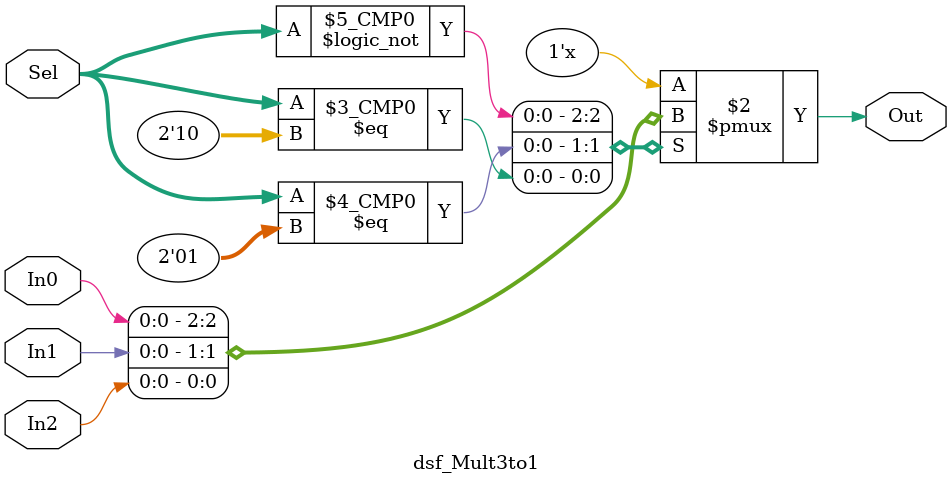
<source format=v>
module dsf_Mult3to1 (In0, In1, In2, Sel, Out);
input In0, In1, In2;
input [1:0] Sel;
output reg Out;
always @(In0, In1, In2, Sel)
case (Sel)
	0: Out <= In0;
	1: Out <= In1;
	2: Out <= In2;
  endcase
endmodule
</source>
